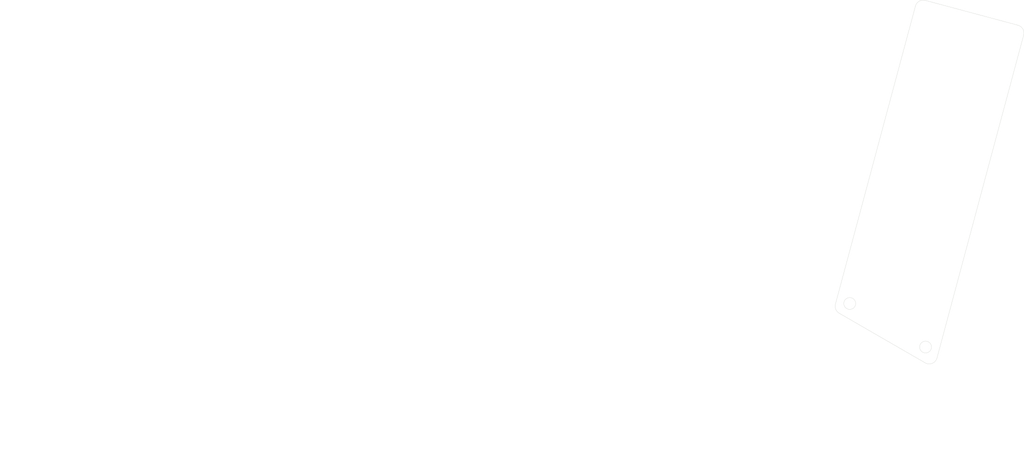
<source format=kicad_pcb>
(kicad_pcb (version 20171130) (host pcbnew "(5.1.2)-1")

  (general
    (thickness 1.6)
    (drawings 11)
    (tracks 0)
    (zones 0)
    (modules 0)
    (nets 1)
  )

  (page A4)
  (layers
    (0 F.Cu signal)
    (31 B.Cu signal)
    (32 B.Adhes user hide)
    (33 F.Adhes user hide)
    (34 B.Paste user hide)
    (35 F.Paste user hide)
    (36 B.SilkS user)
    (37 F.SilkS user)
    (38 B.Mask user)
    (39 F.Mask user)
    (40 Dwgs.User user)
    (41 Cmts.User user hide)
    (42 Eco1.User user hide)
    (43 Eco2.User user hide)
    (44 Edge.Cuts user)
    (45 Margin user hide)
    (46 B.CrtYd user hide)
    (47 F.CrtYd user hide)
    (48 B.Fab user hide)
    (49 F.Fab user hide)
  )

  (setup
    (last_trace_width 0.25)
    (trace_clearance 0.2)
    (zone_clearance 0.508)
    (zone_45_only no)
    (trace_min 0.2)
    (via_size 0.8)
    (via_drill 0.4)
    (via_min_size 0.4)
    (via_min_drill 0.3)
    (uvia_size 0.3)
    (uvia_drill 0.1)
    (uvias_allowed no)
    (uvia_min_size 0.2)
    (uvia_min_drill 0.1)
    (edge_width 0.05)
    (segment_width 0.2)
    (pcb_text_width 0.3)
    (pcb_text_size 1.5 1.5)
    (mod_edge_width 0.12)
    (mod_text_size 1 1)
    (mod_text_width 0.15)
    (pad_size 1.524 1.524)
    (pad_drill 0.762)
    (pad_to_mask_clearance 0.051)
    (solder_mask_min_width 0.25)
    (aux_axis_origin 0 0)
    (grid_origin 202.5332 128.65682)
    (visible_elements 7EFBFE7F)
    (pcbplotparams
      (layerselection 0x010f0_ffffffff)
      (usegerberextensions false)
      (usegerberattributes false)
      (usegerberadvancedattributes false)
      (creategerberjobfile false)
      (excludeedgelayer true)
      (linewidth 0.100000)
      (plotframeref false)
      (viasonmask false)
      (mode 1)
      (useauxorigin false)
      (hpglpennumber 1)
      (hpglpenspeed 20)
      (hpglpendiameter 15.000000)
      (psnegative false)
      (psa4output false)
      (plotreference true)
      (plotvalue true)
      (plotinvisibletext false)
      (padsonsilk false)
      (subtractmaskfromsilk false)
      (outputformat 1)
      (mirror false)
      (drillshape 0)
      (scaleselection 1)
      (outputdirectory ""))
  )

  (net 0 "")

  (net_class Default "これはデフォルトのネット クラスです。"
    (clearance 0.2)
    (trace_width 0.25)
    (via_dia 0.8)
    (via_drill 0.4)
    (uvia_dia 0.3)
    (uvia_drill 0.1)
  )

  (net_class GND ""
    (clearance 0.2)
    (trace_width 0.5)
    (via_dia 0.8)
    (via_drill 0.4)
    (uvia_dia 0.3)
    (uvia_drill 0.1)
  )

  (net_class VCC ""
    (clearance 0.2)
    (trace_width 0.5)
    (via_dia 0.8)
    (via_drill 0.4)
    (uvia_dia 0.3)
    (uvia_drill 0.1)
  )

  (gr_circle (center 202.5332 128.65682) (end 203.63302 128.6492) (layer Edge.Cuts) (width 0.05) (tstamp 5CE2AB28))
  (gr_circle (center 216.6048 136.74926) (end 217.70462 136.74164) (layer Edge.Cuts) (width 0.05))
  (gr_line (start 216.534344 139.687208) (end 200.57804 130.46654) (layer Edge.Cuts) (width 0.05) (tstamp 5CE2AA67))
  (gr_line (start 218.72904 138.77954) (end 234.81152 78.789) (layer Edge.Cuts) (width 0.05) (tstamp 5CE2AA5D))
  (gr_arc (start 217.283643 138.391809) (end 216.534344 139.687208) (angle -105.0302221) (layer Edge.Cuts) (width 0.05))
  (gr_line (start 199.877659 128.7752) (end 214.72704 73.40354) (layer Edge.Cuts) (width 0.05) (tstamp 5CE2A98B))
  (gr_arc (start 201.330658 129.164199) (end 199.877659 128.7752) (angle -74.96435635) (layer Edge.Cuts) (width 0.05))
  (gr_line (start 216.566156 72.341231) (end 233.75004 76.950106) (layer Edge.Cuts) (width 0.05) (tstamp 5CE2A80B))
  (gr_arc (start 216.177537 73.79157) (end 216.566156 72.341231) (angle -90.02325872) (layer Edge.Cuts) (width 0.05))
  (gr_arc (start 233.361181 78.400381) (end 234.81152 78.789) (angle -89.9905278) (layer Edge.Cuts) (width 0.05))
  (gr_line (start 44.90934 160.26592) (end 44.90934 160.26592) (layer Dwgs.User) (width 0.2))

)

</source>
